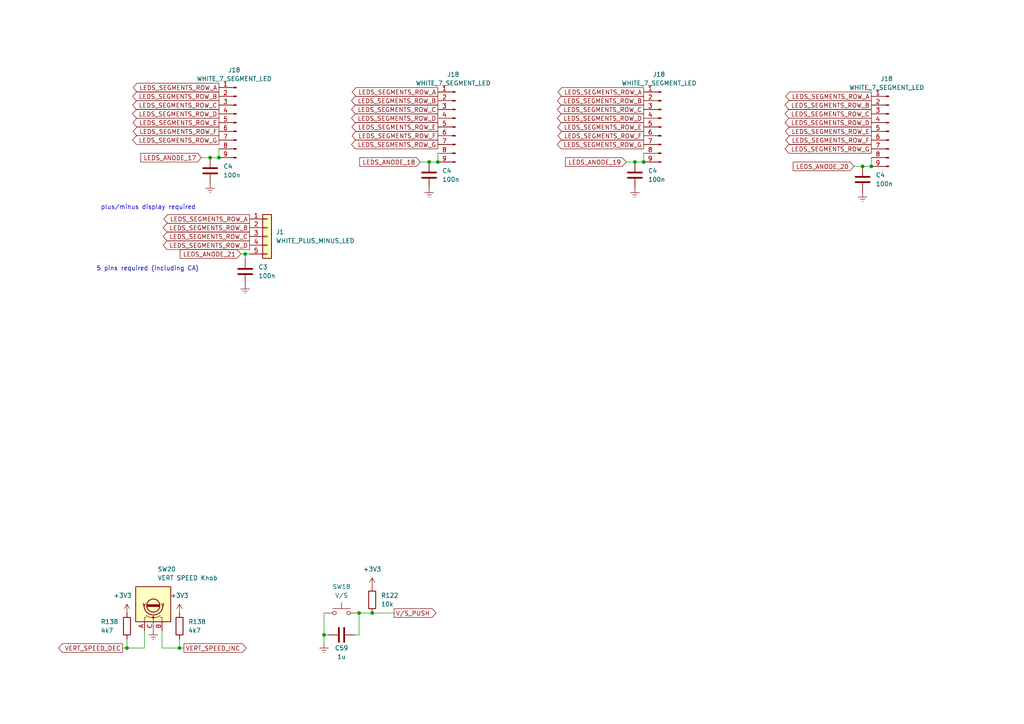
<source format=kicad_sch>
(kicad_sch (version 20230121) (generator eeschema)
  (paper "A4")
  (lib_symbols
    (symbol "Connector:Conn_01x09_Pin" (pin_names (offset 1.016) hide)
      (property "Reference" "J" (at 0 12.7 0))
      (property "Value" "Conn_01x09_Pin" (at 0 -12.7 0))
      (symbol "Conn_01x09_Pin_1_1"
        (polyline (pts (xy 1.27 -10.16) (xy 0.8636 -10.16)) (stroke (width 0.1524)))
        (polyline (pts (xy 1.27 -7.62) (xy 0.8636 -7.62)) (stroke (width 0.1524)))
        (polyline (pts (xy 1.27 -5.08) (xy 0.8636 -5.08)) (stroke (width 0.1524)))
        (polyline (pts (xy 1.27 -2.54) (xy 0.8636 -2.54)) (stroke (width 0.1524)))
        (polyline (pts (xy 1.27 0) (xy 0.8636 0)) (stroke (width 0.1524)))
        (polyline (pts (xy 1.27 2.54) (xy 0.8636 2.54)) (stroke (width 0.1524)))
        (polyline (pts (xy 1.27 5.08) (xy 0.8636 5.08)) (stroke (width 0.1524)))
        (polyline (pts (xy 1.27 7.62) (xy 0.8636 7.62)) (stroke (width 0.1524)))
        (polyline (pts (xy 1.27 10.16) (xy 0.8636 10.16)) (stroke (width 0.1524)))
        (rectangle (start 0.8636 -10.033) (end 0 -10.287) (stroke (width 0.1524)) (fill (type outline)))
        (rectangle (start 0.8636 -7.493) (end 0 -7.747) (stroke (width 0.1524)) (fill (type outline)))
        (rectangle (start 0.8636 -4.953) (end 0 -5.207) (stroke (width 0.1524)) (fill (type outline)))
        (rectangle (start 0.8636 -2.413) (end 0 -2.667) (stroke (width 0.1524)) (fill (type outline)))
        (rectangle (start 0.8636 0.127) (end 0 -0.127) (stroke (width 0.1524)) (fill (type outline)))
        (rectangle (start 0.8636 2.667) (end 0 2.413) (stroke (width 0.1524)) (fill (type outline)))
        (rectangle (start 0.8636 5.207) (end 0 4.953) (stroke (width 0.1524)) (fill (type outline)))
        (rectangle (start 0.8636 7.747) (end 0 7.493) (stroke (width 0.1524)) (fill (type outline)))
        (rectangle (start 0.8636 10.287) (end 0 10.033) (stroke (width 0.1524)) (fill (type outline)))
        (pin passive line (at 5.08 10.16 180) (length 3.81) (name "Pin_1") (number "1"))
        (pin passive line (at 5.08 7.62 180) (length 3.81) (name "Pin_2") (number "2"))
        (pin passive line (at 5.08 5.08 180) (length 3.81) (name "Pin_3") (number "3"))
        (pin passive line (at 5.08 2.54 180) (length 3.81) (name "Pin_4") (number "4"))
        (pin passive line (at 5.08 0 180) (length 3.81) (name "Pin_5") (number "5"))
        (pin passive line (at 5.08 -2.54 180) (length 3.81) (name "Pin_6") (number "6"))
        (pin passive line (at 5.08 -5.08 180) (length 3.81) (name "Pin_7") (number "7"))
        (pin passive line (at 5.08 -7.62 180) (length 3.81) (name "Pin_8") (number "8"))
        (pin passive line (at 5.08 -10.16 180) (length 3.81) (name "Pin_9") (number "9"))
      )
    )
    (symbol "Connector_Generic:Conn_01x05" (pin_names (offset 1.016) hide)
      (property "Reference" "J" (at 0 7.62 0))
      (property "Value" "Conn_01x05" (at 0 -7.62 0))
      (symbol "Conn_01x05_1_1"
        (rectangle (start -1.27 -4.953) (end 0 -5.207) (stroke (width 0.1524)))
        (rectangle (start -1.27 -2.413) (end 0 -2.667) (stroke (width 0.1524)))
        (rectangle (start -1.27 0.127) (end 0 -0.127) (stroke (width 0.1524)))
        (rectangle (start -1.27 2.667) (end 0 2.413) (stroke (width 0.1524)))
        (rectangle (start -1.27 5.207) (end 0 4.953) (stroke (width 0.1524)))
        (rectangle (start -1.27 6.35) (end 1.27 -6.35) (stroke (width 0.254)) (fill (type background)))
        (pin passive line (at -5.08 5.08 0) (length 3.81) (name "Pin_1") (number "1"))
        (pin passive line (at -5.08 2.54 0) (length 3.81) (name "Pin_2") (number "2"))
        (pin passive line (at -5.08 0 0) (length 3.81) (name "Pin_3") (number "3"))
        (pin passive line (at -5.08 -2.54 0) (length 3.81) (name "Pin_4") (number "4"))
        (pin passive line (at -5.08 -5.08 0) (length 3.81) (name "Pin_5") (number "5"))
      )
    )
    (symbol "Device:C" (pin_numbers hide) (pin_names (offset 0.254))
      (property "Reference" "C" (at 0.635 2.54 0))
      (property "Value" "C" (at 0.635 -2.54 0))
      (symbol "C_0_1"
        (polyline (pts (xy -2.032 -0.762) (xy 2.032 -0.762)) (stroke (width 0.508)))
        (polyline (pts (xy -2.032 0.762) (xy 2.032 0.762)) (stroke (width 0.508)))
      )
      (symbol "C_1_1"
        (pin passive line (at 0 3.81 270) (length 2.794) (name "~") (number "1"))
        (pin passive line (at 0 -3.81 90) (length 2.794) (name "~") (number "2"))
      )
    )
    (symbol "Device:R" (pin_numbers hide) (pin_names (offset 0))
      (property "Reference" "R" (at 2.032 0 90))
      (property "Value" "R" (at 0 0 90))
      (symbol "R_0_1"
        (rectangle (start -1.016 -2.54) (end 1.016 2.54) (stroke (width 0.254)))
      )
      (symbol "R_1_1"
        (pin passive line (at 0 3.81 270) (length 1.27) (name "~") (number "1"))
        (pin passive line (at 0 -3.81 90) (length 1.27) (name "~") (number "2"))
      )
    )
    (symbol "Device:RotaryEncoder" (pin_names (offset 0.254) hide)
      (property "Reference" "SW" (at 0 6.604 0))
      (property "Value" "RotaryEncoder" (at 0 -6.604 0))
      (symbol "RotaryEncoder_0_1"
        (rectangle (start -5.08 5.08) (end 5.08 -5.08) (stroke (width 0.254)) (fill (type background)))
        (circle (center -3.81 0) (radius 0.254) (fill (type outline)))
        (circle (center -0.381 0) (radius 1.905) (stroke (width 0.254)))
        (arc (start -0.381 2.667) (mid -3.0988 -0.0635) (end -0.381 -2.794) (stroke (width 0.254)))
        (polyline (pts (xy -0.635 -1.778) (xy -0.635 1.778)) (stroke (width 0.254)))
        (polyline (pts (xy -0.381 -1.778) (xy -0.381 1.778)) (stroke (width 0.254)))
        (polyline (pts (xy -0.127 1.778) (xy -0.127 -1.778)) (stroke (width 0.254)))
        (polyline (pts (xy -5.08 -2.54) (xy -3.81 -2.54) (xy -3.81 -2.032)))
        (polyline (pts (xy -5.08 2.54) (xy -3.81 2.54) (xy -3.81 2.032)))
        (polyline (pts (xy 0.254 -3.048) (xy -0.508 -2.794) (xy 0.127 -2.413)) (stroke (width 0.254)))
        (polyline (pts (xy 0.254 2.921) (xy -0.508 2.667) (xy 0.127 2.286)) (stroke (width 0.254)))
        (polyline (pts (xy -5.08 0) (xy -3.81 0) (xy -3.81 -1.016) (xy -3.302 -2.032)))
        (polyline (pts (xy -4.318 0) (xy -3.81 0) (xy -3.81 1.016) (xy -3.302 2.032)))
      )
      (symbol "RotaryEncoder_1_1"
        (pin passive line (at -7.62 2.54 0) (length 2.54) (name "A") (number "A"))
        (pin passive line (at -7.62 -2.54 0) (length 2.54) (name "B") (number "B"))
        (pin passive line (at -7.62 0 0) (length 2.54) (name "C") (number "C"))
      )
    )
    (symbol "Switch:SW_Push" (pin_numbers hide) (pin_names (offset 1.016) hide)
      (property "Reference" "SW" (at 1.27 2.54 0))
      (property "Value" "SW_Push" (at 0 -1.524 0))
      (symbol "SW_Push_0_1"
        (circle (center -2.032 0) (radius 0.508))
        (polyline (pts (xy 0 1.27) (xy 0 3.048)))
        (polyline (pts (xy 2.54 1.27) (xy -2.54 1.27)))
        (circle (center 2.032 0) (radius 0.508))
        (pin passive line (at -5.08 0 0) (length 2.54) (name "1") (number "1"))
        (pin passive line (at 5.08 0 180) (length 2.54) (name "2") (number "2"))
      )
    )
    (symbol "power:+3V3" (power) (pin_names (offset 0))
      (property "Value" "+3V3" (at 0 3.556 0))
      (symbol "+3V3_0_1"
        (polyline (pts (xy -0.762 1.27) (xy 0 2.54)))
        (polyline (pts (xy 0 0) (xy 0 2.54)))
        (polyline (pts (xy 0 2.54) (xy 0.762 1.27)))
      )
      (symbol "+3V3_1_1"
        (pin power_in line (at 0 0 90) (length 0) hide (name "+3V3") (number "1"))
      )
    )
    (symbol "power:Earth" (power) (pin_names (offset 0))
      (symbol "Earth_0_1"
        (polyline (pts (xy -0.635 -1.905) (xy 0.635 -1.905)))
        (polyline (pts (xy -0.127 -2.54) (xy 0.127 -2.54)))
        (polyline (pts (xy 0 -1.27) (xy 0 0)))
        (polyline (pts (xy 1.27 -1.27) (xy -1.27 -1.27)))
      )
      (symbol "Earth_1_1"
        (pin power_in line (at 0 0 270) (length 0) hide (name "Earth") (number "1"))
      )
    )
  )
  (junction (at 60.96 45.72))
  (junction (at 104.14 177.8))
  (junction (at 124.46 46.99))
  (junction (at 36.83 187.96))
  (junction (at 184.15 46.99))
  (junction (at 127 46.99))
  (junction (at 186.69 46.99))
  (junction (at 252.73 48.26))
  (junction (at 93.98 184.15))
  (junction (at 71.12 73.66))
  (junction (at 63.5 45.72))
  (junction (at 107.95 177.8))
  (junction (at 250.19 48.26))
  (junction (at 52.07 187.96))
  (wire (pts (xy 36.83 185.42) (xy 36.83 187.96)))
  (wire (pts (xy 184.15 46.99) (xy 186.69 46.99)))
  (wire (pts (xy 93.98 184.15) (xy 95.25 184.15)))
  (wire (pts (xy 60.96 45.72) (xy 63.5 45.72)))
  (wire (pts (xy 247.65 48.26) (xy 250.19 48.26)))
  (wire (pts (xy 127 44.45) (xy 127 46.99)))
  (wire (pts (xy 52.07 185.42) (xy 52.07 187.96)))
  (wire (pts (xy 71.12 73.66) (xy 72.39 73.66)))
  (wire (pts (xy 104.14 177.8) (xy 107.95 177.8)))
  (wire (pts (xy 36.83 187.96) (xy 41.91 187.96)))
  (wire (pts (xy 181.61 46.99) (xy 184.15 46.99)))
  (wire (pts (xy 71.12 73.66) (xy 71.12 74.93)))
  (wire (pts (xy 252.73 45.72) (xy 252.73 48.26)))
  (wire (pts (xy 121.92 46.99) (xy 124.46 46.99)))
  (wire (pts (xy 35.56 187.96) (xy 36.83 187.96)))
  (wire (pts (xy 107.95 177.8) (xy 114.3 177.8)))
  (wire (pts (xy 250.19 48.26) (xy 252.73 48.26)))
  (wire (pts (xy 124.46 46.99) (xy 127 46.99)))
  (wire (pts (xy 41.91 187.96) (xy 41.91 182.88)))
  (wire (pts (xy 93.98 184.15) (xy 93.98 186.69)))
  (wire (pts (xy 46.99 182.88) (xy 46.99 187.96)))
  (wire (pts (xy 93.98 177.8) (xy 93.98 184.15)))
  (wire (pts (xy 58.42 45.72) (xy 60.96 45.72)))
  (wire (pts (xy 46.99 187.96) (xy 52.07 187.96)))
  (wire (pts (xy 104.14 184.15) (xy 104.14 177.8)))
  (wire (pts (xy 69.85 73.66) (xy 71.12 73.66)))
  (wire (pts (xy 186.69 44.45) (xy 186.69 46.99)))
  (wire (pts (xy 52.07 187.96) (xy 53.34 187.96)))
  (wire (pts (xy 102.87 184.15) (xy 104.14 184.15)))
  (wire (pts (xy 63.5 43.18) (xy 63.5 45.72)))
  (text "plus/minus display required" (at 29.21 60.96 0) (effects (font (size 1.27 1.27)) (justify left bottom)))
  (text "5 pins required (including CA)" (at 27.94 78.74 0) (effects (font (size 1.27 1.27)) (justify left bottom)))
  (global_label "LEDS_ANODE_17" (shape input) (at 58.42 45.72 180) (property "Intersheetrefs" "${INTERSHEET_REFS}" (effects hide)))
  (global_label "LEDS_SEGMENTS_ROW_F" (shape output) (at 127 39.37 180) (property "Intersheetrefs" "${INTERSHEET_REFS}" (effects hide)))
  (global_label "V{slash}S_PUSH" (shape output) (at 114.3 177.8 0) (property "Intersheetrefs" "${INTERSHEET_REFS}" (effects hide)))
  (global_label "LEDS_SEGMENTS_ROW_B" (shape output) (at 72.39 66.04 180) (property "Intersheetrefs" "${INTERSHEET_REFS}" (effects hide)))
  (global_label "LEDS_SEGMENTS_ROW_D" (shape output) (at 63.5 33.02 180) (property "Intersheetrefs" "${INTERSHEET_REFS}" (effects hide)))
  (global_label "LEDS_ANODE_19" (shape input) (at 181.61 46.99 180) (property "Intersheetrefs" "${INTERSHEET_REFS}" (effects hide)))
  (global_label "LEDS_SEGMENTS_ROW_G" (shape output) (at 252.73 43.18 180) (property "Intersheetrefs" "${INTERSHEET_REFS}" (effects hide)))
  (global_label "LEDS_SEGMENTS_ROW_G" (shape output) (at 186.69 41.91 180) (property "Intersheetrefs" "${INTERSHEET_REFS}" (effects hide)))
  (global_label "LEDS_SEGMENTS_ROW_A" (shape output) (at 63.5 25.4 180) (property "Intersheetrefs" "${INTERSHEET_REFS}" (effects hide)))
  (global_label "LEDS_SEGMENTS_ROW_A" (shape output) (at 72.39 63.5 180) (property "Intersheetrefs" "${INTERSHEET_REFS}" (effects hide)))
  (global_label "LEDS_SEGMENTS_ROW_B" (shape output) (at 127 29.21 180) (property "Intersheetrefs" "${INTERSHEET_REFS}" (effects hide)))
  (global_label "LEDS_SEGMENTS_ROW_D" (shape output) (at 252.73 35.56 180) (property "Intersheetrefs" "${INTERSHEET_REFS}" (effects hide)))
  (global_label "VERT_SPEED_DEC" (shape output) (at 35.56 187.96 180) (property "Intersheetrefs" "${INTERSHEET_REFS}" (effects hide)))
  (global_label "LEDS_SEGMENTS_ROW_D" (shape output) (at 127 34.29 180) (property "Intersheetrefs" "${INTERSHEET_REFS}" (effects hide)))
  (global_label "LEDS_SEGMENTS_ROW_C" (shape output) (at 127 31.75 180) (property "Intersheetrefs" "${INTERSHEET_REFS}" (effects hide)))
  (global_label "LEDS_ANODE_21" (shape input) (at 69.85 73.66 180) (property "Intersheetrefs" "${INTERSHEET_REFS}" (effects hide)))
  (global_label "LEDS_SEGMENTS_ROW_B" (shape output) (at 186.69 29.21 180) (property "Intersheetrefs" "${INTERSHEET_REFS}" (effects hide)))
  (global_label "LEDS_ANODE_20" (shape input) (at 247.65 48.26 180) (property "Intersheetrefs" "${INTERSHEET_REFS}" (effects hide)))
  (global_label "LEDS_SEGMENTS_ROW_G" (shape output) (at 127 41.91 180) (property "Intersheetrefs" "${INTERSHEET_REFS}" (effects hide)))
  (global_label "LEDS_SEGMENTS_ROW_A" (shape output) (at 252.73 27.94 180) (property "Intersheetrefs" "${INTERSHEET_REFS}" (effects hide)))
  (global_label "LEDS_SEGMENTS_ROW_E" (shape output) (at 63.5 35.56 180) (property "Intersheetrefs" "${INTERSHEET_REFS}" (effects hide)))
  (global_label "LEDS_SEGMENTS_ROW_C" (shape output) (at 72.39 68.58 180) (property "Intersheetrefs" "${INTERSHEET_REFS}" (effects hide)))
  (global_label "LEDS_SEGMENTS_ROW_B" (shape output) (at 252.73 30.48 180) (property "Intersheetrefs" "${INTERSHEET_REFS}" (effects hide)))
  (global_label "LEDS_SEGMENTS_ROW_E" (shape output) (at 252.73 38.1 180) (property "Intersheetrefs" "${INTERSHEET_REFS}" (effects hide)))
  (global_label "LEDS_SEGMENTS_ROW_C" (shape output) (at 186.69 31.75 180) (property "Intersheetrefs" "${INTERSHEET_REFS}" (effects hide)))
  (global_label "LEDS_SEGMENTS_ROW_C" (shape output) (at 252.73 33.02 180) (property "Intersheetrefs" "${INTERSHEET_REFS}" (effects hide)))
  (global_label "LEDS_SEGMENTS_ROW_C" (shape output) (at 63.5 30.48 180) (property "Intersheetrefs" "${INTERSHEET_REFS}" (effects hide)))
  (global_label "LEDS_SEGMENTS_ROW_E" (shape output) (at 186.69 36.83 180) (property "Intersheetrefs" "${INTERSHEET_REFS}" (effects hide)))
  (global_label "LEDS_SEGMENTS_ROW_F" (shape output) (at 252.73 40.64 180) (property "Intersheetrefs" "${INTERSHEET_REFS}" (effects hide)))
  (global_label "LEDS_SEGMENTS_ROW_D" (shape output) (at 72.39 71.12 180) (property "Intersheetrefs" "${INTERSHEET_REFS}" (effects hide)))
  (global_label "LEDS_SEGMENTS_ROW_F" (shape output) (at 186.69 39.37 180) (property "Intersheetrefs" "${INTERSHEET_REFS}" (effects hide)))
  (global_label "LEDS_SEGMENTS_ROW_B" (shape output) (at 63.5 27.94 180) (property "Intersheetrefs" "${INTERSHEET_REFS}" (effects hide)))
  (global_label "LEDS_ANODE_18" (shape input) (at 121.92 46.99 180) (property "Intersheetrefs" "${INTERSHEET_REFS}" (effects hide)))
  (global_label "LEDS_SEGMENTS_ROW_D" (shape output) (at 186.69 34.29 180) (property "Intersheetrefs" "${INTERSHEET_REFS}" (effects hide)))
  (global_label "LEDS_SEGMENTS_ROW_F" (shape output) (at 63.5 38.1 180) (property "Intersheetrefs" "${INTERSHEET_REFS}" (effects hide)))
  (global_label "LEDS_SEGMENTS_ROW_A" (shape output) (at 186.69 26.67 180) (property "Intersheetrefs" "${INTERSHEET_REFS}" (effects hide)))
  (global_label "VERT_SPEED_INC" (shape output) (at 53.34 187.96 0) (property "Intersheetrefs" "${INTERSHEET_REFS}" (effects hide)))
  (global_label "LEDS_SEGMENTS_ROW_A" (shape output) (at 127 26.67 180) (property "Intersheetrefs" "${INTERSHEET_REFS}" (effects hide)))
  (global_label "LEDS_SEGMENTS_ROW_G" (shape output) (at 63.5 40.64 180) (property "Intersheetrefs" "${INTERSHEET_REFS}" (effects hide)))
  (global_label "LEDS_SEGMENTS_ROW_E" (shape output) (at 127 36.83 180) (property "Intersheetrefs" "${INTERSHEET_REFS}" (effects hide)))
  (symbol (lib_id "power:Earth") (at 184.15 54.61 0) (unit 1)
    (property "Reference" "#PWR049" (effects hide))
    (property "Value" "Earth" (effects hide))
    (instances (project "mcpElectronicsv2" (path "" (reference "#PWR049") (unit 1)) (path "" (reference "#PWR017") (unit 1)) (path "" (reference "#PWR023") (unit 1)) (path "" (reference "#PWR047") (unit 1)) (path "" (reference "#PWR059") (unit 1))))
  )
  (symbol (lib_id "Connector_Generic:Conn_01x05") (at 77.47 68.58 0) (unit 1)
    (property "Reference" "J1" (at 80.01 67.31 0) (effects (justify left)))
    (property "Value" "WHITE_PLUS_MINUS_LED" (at 80.01 69.85 0) (effects (justify left)))
    (property "Footprint" "Connector_PinHeader_2.54mm:PinHeader_1x05_P2.54mm_Vertical" (effects hide))
  )
  (symbol (lib_id "Connector:Conn_01x09_Pin") (at 68.58 35.56 0) (mirror y) (unit 1)
    (property "Reference" "J18" (at 67.945 20.32 0))
    (property "Value" "WHITE_7_SEGMENT_LED" (at 67.945 22.86 0))
    (property "Footprint" "Connector_PinHeader_2.54mm:PinHeader_1x09_P2.54mm_Vertical" (effects hide))
    (instances (project "mcpElectronicsv2" (path "" (reference "J18") (unit 1)) (path "" (reference "J25") (unit 1)) (path "" (reference "J32") (unit 1)) (path "" (reference "J38") (unit 1))))
  )
  (symbol (lib_id "power:Earth") (at 44.45 182.88 0) (unit 1)
    (property "Reference" "#PWR0149" (effects hide))
    (property "Value" "Earth" (effects hide))
  )
  (symbol (lib_id "Connector:Conn_01x09_Pin") (at 257.81 38.1 0) (mirror y) (unit 1)
    (property "Reference" "J18" (at 257.175 22.86 0))
    (property "Value" "WHITE_7_SEGMENT_LED" (at 257.175 25.4 0))
    (property "Footprint" "Connector_PinHeader_2.54mm:PinHeader_1x09_P2.54mm_Vertical" (effects hide))
    (instances (project "mcpElectronicsv2" (path "" (reference "J18") (unit 1)) (path "" (reference "J25") (unit 1)) (path "" (reference "J32") (unit 1)) (path "" (reference "J35") (unit 1))))
  )
  (symbol (lib_id "Device:RotaryEncoder") (at 44.45 175.26 90) (unit 1)
    (property "Reference" "SW20" (at 45.72 165.1 90) (effects (justify right)))
    (property "Value" "VERT SPEED Knob" (at 45.72 167.64 90) (effects (justify right)))
    (property "Footprint" "Connector_PinHeader_2.54mm:PinHeader_1x03_P2.54mm_Vertical" (effects hide))
  )
  (symbol (lib_id "Switch:SW_Push") (at 99.06 177.8 0) (unit 1)
    (property "Reference" "SW18" (at 99.06 170.18 0))
    (property "Value" "V/S" (at 99.06 172.72 0))
    (property "Footprint" "Connector_PinHeader_2.54mm:PinHeader_1x02_P2.54mm_Vertical" (effects hide))
    (instances (project "mcpElectronicsv2" (path "" (reference "SW18") (unit 1)) (path "" (reference "SW27") (unit 1))))
  )
  (symbol (lib_id "Device:C") (at 71.12 78.74 0) (unit 1)
    (property "Reference" "C3" (at 74.93 77.47 0) (effects (justify left)))
    (property "Value" "100n" (at 74.93 80.01 0) (effects (justify left)))
    (property "Footprint" "Capacitor_SMD:C_0402_1005Metric" (effects hide))
    (instances (project "mcpElectronicsv2" (path "" (reference "C3") (unit 1)) (path "" (reference "C26") (unit 1))))
  )
  (symbol (lib_id "Device:C") (at 124.46 50.8 0) (unit 1)
    (property "Reference" "C4" (at 128.27 49.53 0) (effects (justify left)))
    (property "Value" "100n" (at 128.27 52.07 0) (effects (justify left)))
    (property "Footprint" "Capacitor_SMD:C_0402_1005Metric" (effects hide))
    (instances (project "mcpElectronicsv2" (path "" (reference "C4") (unit 1)) (path "" (reference "C8") (unit 1)) (path "" (reference "C20") (unit 1)) (path "" (reference "C23") (unit 1))))
  )
  (symbol (lib_id "Device:C") (at 99.06 184.15 270) (unit 1)
    (property "Reference" "C59" (at 99.06 187.96 90))
    (property "Value" "1u" (at 99.06 190.5 90))
    (property "Footprint" "Capacitor_SMD:C_0402_1005Metric" (effects hide))
    (instances (project "mcpElectronicsv2" (path "" (reference "C59") (unit 1)) (path "" (reference "C65") (unit 1))))
  )
  (symbol (lib_id "power:+3V3") (at 36.83 177.8 0) (unit 1)
    (property "Reference" "#PWR0107" (effects hide))
    (property "Value" "+3V3" (at 35.56 172.72 0))
    (instances (project "mcpElectronicsv2" (path "" (reference "#PWR0107") (unit 1)) (path "" (reference "#PWR0176") (unit 1))))
  )
  (symbol (lib_id "Device:R") (at 36.83 181.61 0) (unit 1)
    (property "Reference" "R138" (at 29.21 180.34 0) (effects (justify left)))
    (property "Value" "4k7" (at 29.21 182.88 0) (effects (justify left)))
    (property "Footprint" "Resistor_SMD:R_0402_1005Metric" (effects hide))
    (instances (project "mcpElectronicsv2" (path "" (reference "R138") (unit 1)) (path "" (reference "R147") (unit 1))))
  )
  (symbol (lib_id "Device:C") (at 60.96 49.53 0) (unit 1)
    (property "Reference" "C4" (at 64.77 48.26 0) (effects (justify left)))
    (property "Value" "100n" (at 64.77 50.8 0) (effects (justify left)))
    (property "Footprint" "Capacitor_SMD:C_0402_1005Metric" (effects hide))
    (instances (project "mcpElectronicsv2" (path "" (reference "C4") (unit 1)) (path "" (reference "C8") (unit 1)) (path "" (reference "C20") (unit 1)) (path "" (reference "C22") (unit 1))))
  )
  (symbol (lib_id "power:+3V3") (at 107.95 170.18 0) (unit 1)
    (property "Reference" "#PWR0148" (effects hide))
    (property "Value" "+3V3" (at 107.95 165.1 0))
    (instances (project "mcpElectronicsv2" (path "" (reference "#PWR0148") (unit 1)) (path "" (reference "#PWR0164") (unit 1))))
  )
  (symbol (lib_id "power:Earth") (at 93.98 186.69 0) (unit 1)
    (property "Reference" "#PWR0147" (effects hide))
    (property "Value" "Earth" (effects hide))
    (instances (project "mcpElectronicsv2" (path "" (reference "#PWR0147") (unit 1)) (path "" (reference "#PWR0138") (unit 1))))
  )
  (symbol (lib_id "Device:R") (at 52.07 181.61 0) (unit 1)
    (property "Reference" "R138" (at 54.61 180.34 0) (effects (justify left)))
    (property "Value" "4k7" (at 54.61 182.88 0) (effects (justify left)))
    (property "Footprint" "Resistor_SMD:R_0402_1005Metric" (effects hide))
    (instances (project "mcpElectronicsv2" (path "" (reference "R138") (unit 1)) (path "" (reference "R146") (unit 1))))
  )
  (symbol (lib_id "power:Earth") (at 250.19 55.88 0) (unit 1)
    (property "Reference" "#PWR049" (effects hide))
    (property "Value" "Earth" (effects hide))
    (instances (project "mcpElectronicsv2" (path "" (reference "#PWR049") (unit 1)) (path "" (reference "#PWR017") (unit 1)) (path "" (reference "#PWR023") (unit 1)) (path "" (reference "#PWR047") (unit 1)) (path "" (reference "#PWR043") (unit 1))))
  )
  (symbol (lib_id "Device:C") (at 250.19 52.07 0) (unit 1)
    (property "Reference" "C4" (at 254 50.8 0) (effects (justify left)))
    (property "Value" "100n" (at 254 53.34 0) (effects (justify left)))
    (property "Footprint" "Capacitor_SMD:C_0402_1005Metric" (effects hide))
    (instances (project "mcpElectronicsv2" (path "" (reference "C4") (unit 1)) (path "" (reference "C8") (unit 1)) (path "" (reference "C20") (unit 1)) (path "" (reference "C18") (unit 1))))
  )
  (symbol (lib_id "Connector:Conn_01x09_Pin") (at 191.77 36.83 0) (mirror y) (unit 1)
    (property "Reference" "J18" (at 191.135 21.59 0))
    (property "Value" "WHITE_7_SEGMENT_LED" (at 191.135 24.13 0))
    (property "Footprint" "Connector_PinHeader_2.54mm:PinHeader_1x09_P2.54mm_Vertical" (effects hide))
    (instances (project "mcpElectronicsv2" (path "" (reference "J18") (unit 1)) (path "" (reference "J25") (unit 1)) (path "" (reference "J32") (unit 1)) (path "" (reference "J36") (unit 1))))
  )
  (symbol (lib_id "power:Earth") (at 124.46 54.61 0) (unit 1)
    (property "Reference" "#PWR049" (effects hide))
    (property "Value" "Earth" (effects hide))
    (instances (project "mcpElectronicsv2" (path "" (reference "#PWR049") (unit 1)) (path "" (reference "#PWR017") (unit 1)) (path "" (reference "#PWR023") (unit 1)) (path "" (reference "#PWR047") (unit 1)) (path "" (reference "#PWR058") (unit 1))))
  )
  (symbol (lib_id "power:Earth") (at 71.12 82.55 0) (unit 1)
    (property "Reference" "#PWR049" (effects hide))
    (property "Value" "Earth" (effects hide))
    (instances (project "mcpElectronicsv2" (path "" (reference "#PWR049") (unit 1)) (path "" (reference "#PWR015") (unit 1)) (path "" (reference "#PWR061") (unit 1))))
  )
  (symbol (lib_id "power:Earth") (at 60.96 53.34 0) (unit 1)
    (property "Reference" "#PWR049" (effects hide))
    (property "Value" "Earth" (effects hide))
    (instances (project "mcpElectronicsv2" (path "" (reference "#PWR049") (unit 1)) (path "" (reference "#PWR017") (unit 1)) (path "" (reference "#PWR023") (unit 1)) (path "" (reference "#PWR047") (unit 1)) (path "" (reference "#PWR057") (unit 1))))
  )
  (symbol (lib_id "Device:R") (at 107.95 173.99 0) (unit 1)
    (property "Reference" "R122" (at 110.49 172.7199 0) (effects (justify left)))
    (property "Value" "10k" (at 110.49 175.2599 0) (effects (justify left)))
    (property "Footprint" "Resistor_SMD:R_0402_1005Metric" (effects hide))
    (instances (project "mcpElectronicsv2" (path "" (reference "R122") (unit 1)) (path "" (reference "R137") (unit 1))))
  )
  (symbol (lib_id "Connector:Conn_01x09_Pin") (at 132.08 36.83 0) (mirror y) (unit 1)
    (property "Reference" "J18" (at 131.445 21.59 0))
    (property "Value" "WHITE_7_SEGMENT_LED" (at 131.445 24.13 0))
    (property "Footprint" "Connector_PinHeader_2.54mm:PinHeader_1x09_P2.54mm_Vertical" (effects hide))
    (instances (project "mcpElectronicsv2" (path "" (reference "J18") (unit 1)) (path "" (reference "J25") (unit 1)) (path "" (reference "J32") (unit 1)) (path "" (reference "J37") (unit 1))))
  )
  (symbol (lib_id "Device:C") (at 184.15 50.8 0) (unit 1)
    (property "Reference" "C4" (at 187.96 49.53 0) (effects (justify left)))
    (property "Value" "100n" (at 187.96 52.07 0) (effects (justify left)))
    (property "Footprint" "Capacitor_SMD:C_0402_1005Metric" (effects hide))
    (instances (project "mcpElectronicsv2" (path "" (reference "C4") (unit 1)) (path "" (reference "C8") (unit 1)) (path "" (reference "C20") (unit 1)) (path "" (reference "C24") (unit 1))))
  )
  (symbol (lib_id "power:+3V3") (at 52.07 177.8 0) (unit 1)
    (property "Reference" "#PWR0107" (effects hide))
    (property "Value" "+3V3" (at 52.07 172.72 0))
    (instances (project "mcpElectronicsv2" (path "" (reference "#PWR0107") (unit 1)) (path "" (reference "#PWR0175") (unit 1))))
  )
)
</source>
